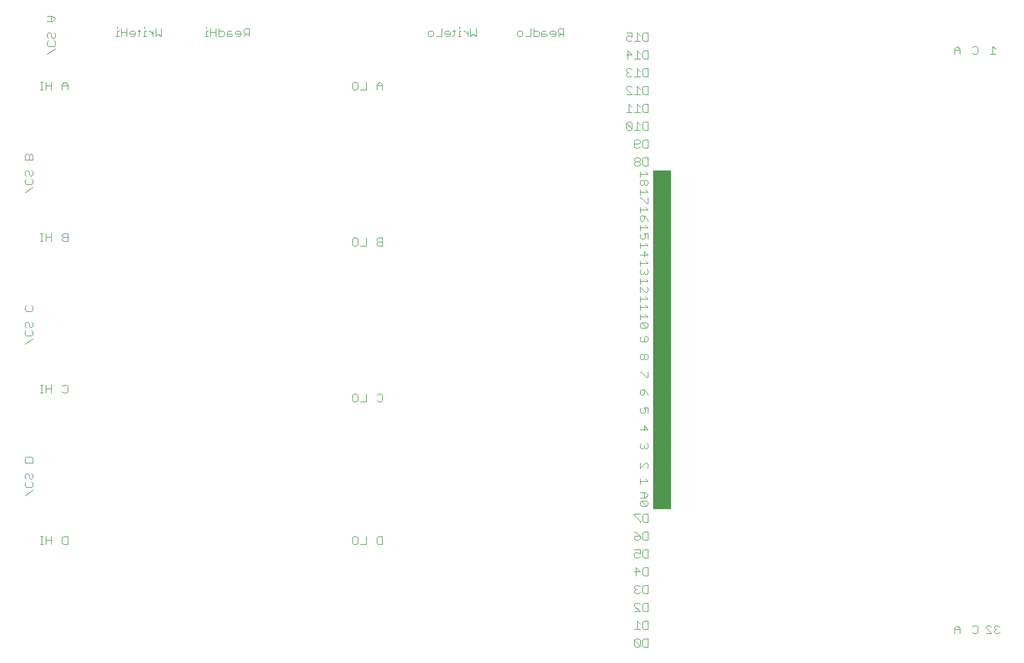
<source format=gbo>
G75*
%MOIN*%
%OFA0B0*%
%FSLAX24Y24*%
%IPPOS*%
%LPD*%
%AMOC8*
5,1,8,0,0,1.08239X$1,22.5*
%
%ADD10C,0.0040*%
%ADD11R,0.1000X1.9000*%
D10*
X003074Y008325D02*
X003227Y008325D01*
X003151Y008325D02*
X003151Y008785D01*
X003227Y008785D02*
X003074Y008785D01*
X003381Y008785D02*
X003381Y008325D01*
X003381Y008555D02*
X003688Y008555D01*
X003688Y008325D02*
X003688Y008785D01*
X004302Y008708D02*
X004302Y008401D01*
X004378Y008325D01*
X004609Y008325D01*
X004609Y008785D01*
X004378Y008785D01*
X004302Y008708D01*
X002671Y011381D02*
X002210Y011075D01*
X002287Y011535D02*
X002210Y011612D01*
X002210Y011765D01*
X002287Y011842D01*
X002287Y011995D02*
X002210Y012072D01*
X002210Y012226D01*
X002287Y012302D01*
X002364Y012302D01*
X002441Y012226D01*
X002441Y012072D01*
X002517Y011995D01*
X002594Y011995D01*
X002671Y012072D01*
X002671Y012226D01*
X002594Y012302D01*
X002671Y012916D02*
X002210Y012916D01*
X002210Y013146D01*
X002287Y013223D01*
X002594Y013223D01*
X002671Y013146D01*
X002671Y012916D01*
X002594Y011842D02*
X002671Y011765D01*
X002671Y011612D01*
X002594Y011535D01*
X002287Y011535D01*
X003074Y016825D02*
X003227Y016825D01*
X003151Y016825D02*
X003151Y017285D01*
X003227Y017285D02*
X003074Y017285D01*
X003381Y017285D02*
X003381Y016825D01*
X003381Y017055D02*
X003688Y017055D01*
X003688Y016825D02*
X003688Y017285D01*
X004302Y017208D02*
X004378Y017285D01*
X004532Y017285D01*
X004609Y017208D01*
X004609Y016901D01*
X004532Y016825D01*
X004378Y016825D01*
X004302Y016901D01*
X002210Y019575D02*
X002671Y019881D01*
X002594Y020035D02*
X002287Y020035D01*
X002210Y020112D01*
X002210Y020265D01*
X002287Y020342D01*
X002287Y020495D02*
X002210Y020572D01*
X002210Y020726D01*
X002287Y020802D01*
X002364Y020802D01*
X002441Y020726D01*
X002441Y020572D01*
X002517Y020495D01*
X002594Y020495D01*
X002671Y020572D01*
X002671Y020726D01*
X002594Y020802D01*
X002594Y020342D02*
X002671Y020265D01*
X002671Y020112D01*
X002594Y020035D01*
X002594Y021416D02*
X002287Y021416D01*
X002210Y021493D01*
X002210Y021646D01*
X002287Y021723D01*
X002594Y021723D02*
X002671Y021646D01*
X002671Y021493D01*
X002594Y021416D01*
X003074Y025325D02*
X003227Y025325D01*
X003151Y025325D02*
X003151Y025785D01*
X003227Y025785D02*
X003074Y025785D01*
X003381Y025785D02*
X003381Y025325D01*
X003381Y025555D02*
X003688Y025555D01*
X003688Y025325D02*
X003688Y025785D01*
X004302Y025708D02*
X004302Y025631D01*
X004378Y025555D01*
X004609Y025555D01*
X004609Y025785D02*
X004378Y025785D01*
X004302Y025708D01*
X004378Y025555D02*
X004302Y025478D01*
X004302Y025401D01*
X004378Y025325D01*
X004609Y025325D01*
X004609Y025785D01*
X002671Y028381D02*
X002210Y028075D01*
X002287Y028535D02*
X002210Y028612D01*
X002210Y028765D01*
X002287Y028842D01*
X002287Y028995D02*
X002210Y029072D01*
X002210Y029226D01*
X002287Y029302D01*
X002364Y029302D01*
X002441Y029226D01*
X002441Y029072D01*
X002517Y028995D01*
X002594Y028995D01*
X002671Y029072D01*
X002671Y029226D01*
X002594Y029302D01*
X002671Y029916D02*
X002210Y029916D01*
X002210Y030146D01*
X002287Y030223D01*
X002364Y030223D01*
X002441Y030146D01*
X002441Y029916D01*
X002671Y029916D02*
X002671Y030146D01*
X002594Y030223D01*
X002517Y030223D01*
X002441Y030146D01*
X002594Y028842D02*
X002671Y028765D01*
X002671Y028612D01*
X002594Y028535D01*
X002287Y028535D01*
X003074Y033825D02*
X003227Y033825D01*
X003151Y033825D02*
X003151Y034285D01*
X003227Y034285D02*
X003074Y034285D01*
X003381Y034285D02*
X003381Y033825D01*
X003381Y034055D02*
X003688Y034055D01*
X003688Y033825D02*
X003688Y034285D01*
X004302Y034131D02*
X004302Y033825D01*
X004302Y034055D02*
X004609Y034055D01*
X004609Y034131D02*
X004455Y034285D01*
X004302Y034131D01*
X004609Y034131D02*
X004609Y033825D01*
X003460Y035825D02*
X003921Y036131D01*
X003844Y036285D02*
X003537Y036285D01*
X003460Y036362D01*
X003460Y036515D01*
X003537Y036592D01*
X003537Y036745D02*
X003460Y036822D01*
X003460Y036976D01*
X003537Y037052D01*
X003614Y037052D01*
X003691Y036976D01*
X003691Y036822D01*
X003767Y036745D01*
X003844Y036745D01*
X003921Y036822D01*
X003921Y036976D01*
X003844Y037052D01*
X003844Y036592D02*
X003921Y036515D01*
X003921Y036362D01*
X003844Y036285D01*
X003767Y037666D02*
X003921Y037820D01*
X003767Y037973D01*
X003460Y037973D01*
X003691Y037973D02*
X003691Y037666D01*
X003767Y037666D02*
X003460Y037666D01*
X007401Y037362D02*
X007401Y037285D01*
X007401Y037131D02*
X007401Y036825D01*
X007477Y036825D02*
X007324Y036825D01*
X007631Y036825D02*
X007631Y037285D01*
X007477Y037131D02*
X007401Y037131D01*
X007631Y037055D02*
X007938Y037055D01*
X008091Y037055D02*
X008091Y036978D01*
X008398Y036978D01*
X008398Y036901D02*
X008398Y037055D01*
X008321Y037131D01*
X008168Y037131D01*
X008091Y037055D01*
X008168Y036825D02*
X008321Y036825D01*
X008398Y036901D01*
X008552Y036825D02*
X008628Y036901D01*
X008628Y037208D01*
X008705Y037131D02*
X008552Y037131D01*
X008935Y037131D02*
X008935Y036825D01*
X008859Y036825D02*
X009012Y036825D01*
X009012Y037131D02*
X008935Y037131D01*
X008935Y037285D02*
X008935Y037362D01*
X009165Y037131D02*
X009242Y037131D01*
X009396Y036978D01*
X009396Y036825D02*
X009396Y037131D01*
X009549Y037285D02*
X009549Y036825D01*
X009703Y036978D01*
X009856Y036825D01*
X009856Y037285D01*
X007938Y037285D02*
X007938Y036825D01*
X012324Y036825D02*
X012477Y036825D01*
X012401Y036825D02*
X012401Y037131D01*
X012477Y037131D01*
X012631Y037055D02*
X012938Y037055D01*
X013091Y037131D02*
X013321Y037131D01*
X013398Y037055D01*
X013398Y036901D01*
X013321Y036825D01*
X013091Y036825D01*
X013091Y037285D01*
X012938Y037285D02*
X012938Y036825D01*
X012631Y036825D02*
X012631Y037285D01*
X012401Y037285D02*
X012401Y037362D01*
X013552Y037055D02*
X013552Y036825D01*
X013782Y036825D01*
X013859Y036901D01*
X013782Y036978D01*
X013552Y036978D01*
X013552Y037055D02*
X013628Y037131D01*
X013782Y037131D01*
X014012Y037055D02*
X014012Y036978D01*
X014319Y036978D01*
X014319Y036901D02*
X014319Y037055D01*
X014242Y037131D01*
X014089Y037131D01*
X014012Y037055D01*
X014089Y036825D02*
X014242Y036825D01*
X014319Y036901D01*
X014472Y036825D02*
X014626Y036978D01*
X014549Y036978D02*
X014779Y036978D01*
X014779Y036825D02*
X014779Y037285D01*
X014549Y037285D01*
X014472Y037208D01*
X014472Y037055D01*
X014549Y036978D01*
X020574Y034208D02*
X020574Y033901D01*
X020651Y033825D01*
X020804Y033825D01*
X020881Y033901D01*
X020881Y034208D01*
X020804Y034285D01*
X020651Y034285D01*
X020574Y034208D01*
X021034Y033825D02*
X021341Y033825D01*
X021341Y034285D01*
X021955Y034131D02*
X021955Y033825D01*
X021955Y034055D02*
X022262Y034055D01*
X022262Y034131D02*
X022109Y034285D01*
X021955Y034131D01*
X022262Y034131D02*
X022262Y033825D01*
X024901Y036825D02*
X024824Y036901D01*
X024824Y037055D01*
X024901Y037131D01*
X025054Y037131D01*
X025131Y037055D01*
X025131Y036901D01*
X025054Y036825D01*
X024901Y036825D01*
X025284Y036825D02*
X025591Y036825D01*
X025591Y037285D01*
X025745Y037055D02*
X025745Y036978D01*
X026052Y036978D01*
X026052Y036901D02*
X026052Y037055D01*
X025975Y037131D01*
X025821Y037131D01*
X025745Y037055D01*
X025821Y036825D02*
X025975Y036825D01*
X026052Y036901D01*
X026205Y036825D02*
X026282Y036901D01*
X026282Y037208D01*
X026359Y037131D02*
X026205Y037131D01*
X026589Y037131D02*
X026589Y036825D01*
X026665Y036825D02*
X026512Y036825D01*
X026589Y037131D02*
X026665Y037131D01*
X026819Y037131D02*
X026896Y037131D01*
X027049Y036978D01*
X027049Y036825D02*
X027049Y037131D01*
X027203Y037285D02*
X027203Y036825D01*
X027356Y036978D01*
X027510Y036825D01*
X027510Y037285D01*
X026589Y037285D02*
X026589Y037362D01*
X029824Y037055D02*
X029901Y037131D01*
X030054Y037131D01*
X030131Y037055D01*
X030131Y036901D01*
X030054Y036825D01*
X029901Y036825D01*
X029824Y036901D01*
X029824Y037055D01*
X030284Y036825D02*
X030591Y036825D01*
X030591Y037285D01*
X030745Y037285D02*
X030745Y036825D01*
X030975Y036825D01*
X031052Y036901D01*
X031052Y037055D01*
X030975Y037131D01*
X030745Y037131D01*
X031205Y037055D02*
X031205Y036825D01*
X031435Y036825D01*
X031512Y036901D01*
X031435Y036978D01*
X031205Y036978D01*
X031205Y037055D02*
X031282Y037131D01*
X031435Y037131D01*
X031665Y037055D02*
X031665Y036978D01*
X031972Y036978D01*
X031972Y036901D02*
X031972Y037055D01*
X031896Y037131D01*
X031742Y037131D01*
X031665Y037055D01*
X031742Y036825D02*
X031896Y036825D01*
X031972Y036901D01*
X032126Y036825D02*
X032279Y036978D01*
X032203Y036978D02*
X032433Y036978D01*
X032433Y036825D02*
X032433Y037285D01*
X032203Y037285D01*
X032126Y037208D01*
X032126Y037055D01*
X032203Y036978D01*
X035943Y037035D02*
X036250Y037035D01*
X036250Y036805D01*
X036096Y036881D01*
X036019Y036881D01*
X035943Y036805D01*
X035943Y036651D01*
X036019Y036575D01*
X036173Y036575D01*
X036250Y036651D01*
X036403Y036575D02*
X036710Y036575D01*
X036557Y036575D02*
X036557Y037035D01*
X036710Y036881D01*
X036863Y036958D02*
X036863Y036651D01*
X036940Y036575D01*
X037170Y036575D01*
X037170Y037035D01*
X036940Y037035D01*
X036863Y036958D01*
X036940Y036035D02*
X037170Y036035D01*
X037170Y035575D01*
X036940Y035575D01*
X036863Y035651D01*
X036863Y035958D01*
X036940Y036035D01*
X036710Y035881D02*
X036557Y036035D01*
X036557Y035575D01*
X036710Y035575D02*
X036403Y035575D01*
X036250Y035805D02*
X035943Y035805D01*
X036019Y035575D02*
X036019Y036035D01*
X036250Y035805D01*
X036173Y035035D02*
X036019Y035035D01*
X035943Y034958D01*
X035943Y034881D01*
X036019Y034805D01*
X035943Y034728D01*
X035943Y034651D01*
X036019Y034575D01*
X036173Y034575D01*
X036250Y034651D01*
X036403Y034575D02*
X036710Y034575D01*
X036557Y034575D02*
X036557Y035035D01*
X036710Y034881D01*
X036863Y034958D02*
X036863Y034651D01*
X036940Y034575D01*
X037170Y034575D01*
X037170Y035035D01*
X036940Y035035D01*
X036863Y034958D01*
X036250Y034958D02*
X036173Y035035D01*
X036096Y034805D02*
X036019Y034805D01*
X036019Y034035D02*
X036173Y034035D01*
X036250Y033958D01*
X036019Y034035D02*
X035943Y033958D01*
X035943Y033881D01*
X036250Y033575D01*
X035943Y033575D01*
X036403Y033575D02*
X036710Y033575D01*
X036557Y033575D02*
X036557Y034035D01*
X036710Y033881D01*
X036863Y033958D02*
X036940Y034035D01*
X037170Y034035D01*
X037170Y033575D01*
X036940Y033575D01*
X036863Y033651D01*
X036863Y033958D01*
X036940Y033035D02*
X037170Y033035D01*
X037170Y032575D01*
X036940Y032575D01*
X036863Y032651D01*
X036863Y032958D01*
X036940Y033035D01*
X036710Y032881D02*
X036557Y033035D01*
X036557Y032575D01*
X036710Y032575D02*
X036403Y032575D01*
X036250Y032575D02*
X035943Y032575D01*
X036096Y032575D02*
X036096Y033035D01*
X036250Y032881D01*
X036173Y032035D02*
X036019Y032035D01*
X035943Y031958D01*
X036250Y031651D01*
X036173Y031575D01*
X036019Y031575D01*
X035943Y031651D01*
X035943Y031958D01*
X036173Y032035D02*
X036250Y031958D01*
X036250Y031651D01*
X036403Y031575D02*
X036710Y031575D01*
X036557Y031575D02*
X036557Y032035D01*
X036710Y031881D01*
X036863Y031958D02*
X036863Y031651D01*
X036940Y031575D01*
X037170Y031575D01*
X037170Y032035D01*
X036940Y032035D01*
X036863Y031958D01*
X036940Y031035D02*
X037170Y031035D01*
X037170Y030575D01*
X036940Y030575D01*
X036863Y030651D01*
X036863Y030958D01*
X036940Y031035D01*
X036710Y030958D02*
X036710Y030881D01*
X036633Y030805D01*
X036403Y030805D01*
X036403Y030958D02*
X036403Y030651D01*
X036480Y030575D01*
X036633Y030575D01*
X036710Y030651D01*
X036710Y030958D02*
X036633Y031035D01*
X036480Y031035D01*
X036403Y030958D01*
X036480Y030035D02*
X036403Y029958D01*
X036403Y029881D01*
X036480Y029805D01*
X036633Y029805D01*
X036710Y029881D01*
X036710Y029958D01*
X036633Y030035D01*
X036480Y030035D01*
X036480Y029805D02*
X036403Y029728D01*
X036403Y029651D01*
X036480Y029575D01*
X036633Y029575D01*
X036710Y029651D01*
X036710Y029728D01*
X036633Y029805D01*
X036863Y029651D02*
X036863Y029958D01*
X036940Y030035D01*
X037170Y030035D01*
X037170Y029575D01*
X036940Y029575D01*
X036863Y029651D01*
X036710Y029245D02*
X036710Y028938D01*
X036710Y029091D02*
X037171Y029091D01*
X037017Y029245D01*
X037017Y028785D02*
X037094Y028785D01*
X037171Y028708D01*
X037171Y028554D01*
X037094Y028478D01*
X037017Y028478D01*
X036941Y028554D01*
X036941Y028708D01*
X037017Y028785D01*
X036941Y028708D02*
X036864Y028785D01*
X036787Y028785D01*
X036710Y028708D01*
X036710Y028554D01*
X036787Y028478D01*
X036864Y028478D01*
X036941Y028554D01*
X037017Y028245D02*
X037171Y028091D01*
X036710Y028091D01*
X036710Y027938D02*
X036710Y028245D01*
X036710Y027785D02*
X036787Y027785D01*
X037094Y027478D01*
X037171Y027478D01*
X037171Y027785D01*
X037017Y027245D02*
X037171Y027091D01*
X036710Y027091D01*
X036710Y026938D02*
X036710Y027245D01*
X036787Y026785D02*
X036710Y026708D01*
X036710Y026554D01*
X036787Y026478D01*
X036864Y026478D01*
X036941Y026554D01*
X036941Y026785D01*
X036787Y026785D01*
X036941Y026785D02*
X037094Y026631D01*
X037171Y026478D01*
X037017Y026245D02*
X037171Y026091D01*
X036710Y026091D01*
X036710Y025938D02*
X036710Y026245D01*
X036787Y025785D02*
X036710Y025708D01*
X036710Y025554D01*
X036787Y025478D01*
X036941Y025478D01*
X037017Y025554D01*
X037017Y025631D01*
X036941Y025785D01*
X037171Y025785D01*
X037171Y025478D01*
X037017Y025245D02*
X037171Y025091D01*
X036710Y025091D01*
X036710Y024938D02*
X036710Y025245D01*
X036941Y024785D02*
X036941Y024478D01*
X037171Y024554D02*
X036710Y024554D01*
X036710Y024245D02*
X036710Y023938D01*
X036710Y024091D02*
X037171Y024091D01*
X037017Y024245D01*
X037171Y024554D02*
X036941Y024785D01*
X037094Y023785D02*
X037171Y023708D01*
X037171Y023554D01*
X037094Y023478D01*
X037017Y023478D01*
X036941Y023554D01*
X036864Y023478D01*
X036787Y023478D01*
X036710Y023554D01*
X036710Y023708D01*
X036787Y023785D01*
X036941Y023631D02*
X036941Y023554D01*
X037017Y023245D02*
X037171Y023091D01*
X036710Y023091D01*
X036710Y022938D02*
X036710Y023245D01*
X036710Y022785D02*
X037017Y022478D01*
X037094Y022478D01*
X037171Y022554D01*
X037171Y022708D01*
X037094Y022785D01*
X036710Y022785D02*
X036710Y022478D01*
X036710Y022245D02*
X036710Y021938D01*
X036710Y021785D02*
X036710Y021478D01*
X036710Y021631D02*
X037171Y021631D01*
X037017Y021785D01*
X037171Y022091D02*
X036710Y022091D01*
X037017Y022245D02*
X037171Y022091D01*
X037017Y021245D02*
X037171Y021091D01*
X036710Y021091D01*
X036710Y020938D02*
X036710Y021245D01*
X036787Y020785D02*
X037094Y020478D01*
X036787Y020478D01*
X036710Y020554D01*
X036710Y020708D01*
X036787Y020785D01*
X037094Y020785D01*
X037171Y020708D01*
X037171Y020554D01*
X037094Y020478D01*
X037094Y020015D02*
X037017Y020015D01*
X036941Y019938D01*
X036941Y019708D01*
X037094Y019708D02*
X037171Y019785D01*
X037171Y019938D01*
X037094Y020015D01*
X036787Y020015D02*
X036710Y019938D01*
X036710Y019785D01*
X036787Y019708D01*
X037094Y019708D01*
X037094Y019015D02*
X037017Y019015D01*
X036941Y018938D01*
X036941Y018785D01*
X036864Y018708D01*
X036787Y018708D01*
X036710Y018785D01*
X036710Y018938D01*
X036787Y019015D01*
X036864Y019015D01*
X036941Y018938D01*
X036941Y018785D02*
X037017Y018708D01*
X037094Y018708D01*
X037171Y018785D01*
X037171Y018938D01*
X037094Y019015D01*
X037171Y018015D02*
X037171Y017708D01*
X037094Y017708D01*
X036787Y018015D01*
X036710Y018015D01*
X036787Y017015D02*
X036710Y016938D01*
X036710Y016785D01*
X036787Y016708D01*
X036864Y016708D01*
X036941Y016785D01*
X036941Y017015D01*
X036787Y017015D01*
X036941Y017015D02*
X037094Y016861D01*
X037171Y016708D01*
X037171Y016015D02*
X036941Y016015D01*
X037017Y015861D01*
X037017Y015785D01*
X036941Y015708D01*
X036787Y015708D01*
X036710Y015785D01*
X036710Y015938D01*
X036787Y016015D01*
X037171Y016015D02*
X037171Y015708D01*
X036941Y015015D02*
X036941Y014708D01*
X037171Y014785D02*
X036941Y015015D01*
X036710Y014785D02*
X037171Y014785D01*
X037094Y014015D02*
X037171Y013938D01*
X037171Y013785D01*
X037094Y013708D01*
X037017Y013708D01*
X036941Y013785D01*
X036864Y013708D01*
X036787Y013708D01*
X036710Y013785D01*
X036710Y013938D01*
X036787Y014015D01*
X036941Y013861D02*
X036941Y013785D01*
X037017Y012901D02*
X037094Y012901D01*
X037171Y012825D01*
X037171Y012671D01*
X037094Y012594D01*
X037017Y012901D02*
X036710Y012594D01*
X036710Y012901D01*
X036710Y012015D02*
X036710Y011708D01*
X036710Y011861D02*
X037171Y011861D01*
X037017Y012015D01*
X037017Y011245D02*
X036710Y011245D01*
X036941Y011245D02*
X036941Y010938D01*
X037017Y010938D02*
X036710Y010938D01*
X036787Y010785D02*
X037094Y010478D01*
X036787Y010478D01*
X036710Y010554D01*
X036710Y010708D01*
X036787Y010785D01*
X037094Y010785D01*
X037171Y010708D01*
X037171Y010554D01*
X037094Y010478D01*
X037170Y010035D02*
X036940Y010035D01*
X036863Y009958D01*
X036863Y009651D01*
X036940Y009575D01*
X037170Y009575D01*
X037170Y010035D01*
X036710Y010035D02*
X036403Y010035D01*
X036403Y009958D01*
X036710Y009651D01*
X036710Y009575D01*
X036940Y009035D02*
X037170Y009035D01*
X037170Y008575D01*
X036940Y008575D01*
X036863Y008651D01*
X036863Y008958D01*
X036940Y009035D01*
X036710Y008805D02*
X036710Y008651D01*
X036633Y008575D01*
X036480Y008575D01*
X036403Y008651D01*
X036403Y008728D01*
X036480Y008805D01*
X036710Y008805D01*
X036557Y008958D01*
X036403Y009035D01*
X036403Y008035D02*
X036710Y008035D01*
X036710Y007805D01*
X036557Y007881D01*
X036480Y007881D01*
X036403Y007805D01*
X036403Y007651D01*
X036480Y007575D01*
X036633Y007575D01*
X036710Y007651D01*
X036863Y007651D02*
X036863Y007958D01*
X036940Y008035D01*
X037170Y008035D01*
X037170Y007575D01*
X036940Y007575D01*
X036863Y007651D01*
X036940Y007035D02*
X037170Y007035D01*
X037170Y006575D01*
X036940Y006575D01*
X036863Y006651D01*
X036863Y006958D01*
X036940Y007035D01*
X036710Y006805D02*
X036403Y006805D01*
X036480Y007035D02*
X036710Y006805D01*
X036480Y006575D02*
X036480Y007035D01*
X036480Y006035D02*
X036403Y005958D01*
X036403Y005881D01*
X036480Y005805D01*
X036403Y005728D01*
X036403Y005651D01*
X036480Y005575D01*
X036633Y005575D01*
X036710Y005651D01*
X036863Y005651D02*
X036863Y005958D01*
X036940Y006035D01*
X037170Y006035D01*
X037170Y005575D01*
X036940Y005575D01*
X036863Y005651D01*
X036557Y005805D02*
X036480Y005805D01*
X036480Y006035D02*
X036633Y006035D01*
X036710Y005958D01*
X036633Y005035D02*
X036710Y004958D01*
X036633Y005035D02*
X036480Y005035D01*
X036403Y004958D01*
X036403Y004881D01*
X036710Y004575D01*
X036403Y004575D01*
X036863Y004651D02*
X036863Y004958D01*
X036940Y005035D01*
X037170Y005035D01*
X037170Y004575D01*
X036940Y004575D01*
X036863Y004651D01*
X036940Y004035D02*
X037170Y004035D01*
X037170Y003575D01*
X036940Y003575D01*
X036863Y003651D01*
X036863Y003958D01*
X036940Y004035D01*
X036710Y003881D02*
X036557Y004035D01*
X036557Y003575D01*
X036710Y003575D02*
X036403Y003575D01*
X036480Y003035D02*
X036403Y002958D01*
X036710Y002651D01*
X036633Y002575D01*
X036480Y002575D01*
X036403Y002651D01*
X036403Y002958D01*
X036480Y003035D02*
X036633Y003035D01*
X036710Y002958D01*
X036710Y002651D01*
X036863Y002651D02*
X036863Y002958D01*
X036940Y003035D01*
X037170Y003035D01*
X037170Y002575D01*
X036940Y002575D01*
X036863Y002651D01*
X037017Y010938D02*
X037171Y011091D01*
X037017Y011245D01*
X022262Y008785D02*
X022262Y008325D01*
X022032Y008325D01*
X021955Y008401D01*
X021955Y008708D01*
X022032Y008785D01*
X022262Y008785D01*
X021341Y008785D02*
X021341Y008325D01*
X021034Y008325D01*
X020881Y008401D02*
X020881Y008708D01*
X020804Y008785D01*
X020651Y008785D01*
X020574Y008708D01*
X020574Y008401D01*
X020651Y008325D01*
X020804Y008325D01*
X020881Y008401D01*
X020804Y016325D02*
X020651Y016325D01*
X020574Y016401D01*
X020574Y016708D01*
X020651Y016785D01*
X020804Y016785D01*
X020881Y016708D01*
X020881Y016401D01*
X020804Y016325D01*
X021034Y016325D02*
X021341Y016325D01*
X021341Y016785D01*
X021955Y016708D02*
X022032Y016785D01*
X022185Y016785D01*
X022262Y016708D01*
X022262Y016401D01*
X022185Y016325D01*
X022032Y016325D01*
X021955Y016401D01*
X022032Y025075D02*
X022262Y025075D01*
X022262Y025535D01*
X022032Y025535D01*
X021955Y025458D01*
X021955Y025381D01*
X022032Y025305D01*
X022262Y025305D01*
X022032Y025305D02*
X021955Y025228D01*
X021955Y025151D01*
X022032Y025075D01*
X021341Y025075D02*
X021341Y025535D01*
X021341Y025075D02*
X021034Y025075D01*
X020881Y025151D02*
X020881Y025458D01*
X020804Y025535D01*
X020651Y025535D01*
X020574Y025458D01*
X020574Y025151D01*
X020651Y025075D01*
X020804Y025075D01*
X020881Y025151D01*
X054344Y035825D02*
X054344Y036131D01*
X054497Y036285D01*
X054651Y036131D01*
X054651Y035825D01*
X054651Y036055D02*
X054344Y036055D01*
X055344Y036208D02*
X055420Y036285D01*
X055574Y036285D01*
X055651Y036208D01*
X055651Y035901D01*
X055574Y035825D01*
X055420Y035825D01*
X055344Y035901D01*
X056344Y035825D02*
X056651Y035825D01*
X056497Y035825D02*
X056497Y036285D01*
X056651Y036131D01*
X056651Y003785D02*
X056574Y003708D01*
X056574Y003631D01*
X056651Y003555D01*
X056574Y003478D01*
X056574Y003401D01*
X056651Y003325D01*
X056804Y003325D01*
X056881Y003401D01*
X056727Y003555D02*
X056651Y003555D01*
X056651Y003785D02*
X056804Y003785D01*
X056881Y003708D01*
X056420Y003708D02*
X056344Y003785D01*
X056190Y003785D01*
X056113Y003708D01*
X056113Y003631D01*
X056420Y003325D01*
X056113Y003325D01*
X055651Y003401D02*
X055651Y003708D01*
X055574Y003785D01*
X055420Y003785D01*
X055344Y003708D01*
X055344Y003401D02*
X055420Y003325D01*
X055574Y003325D01*
X055651Y003401D01*
X054651Y003325D02*
X054651Y003631D01*
X054497Y003785D01*
X054344Y003631D01*
X054344Y003325D01*
X054344Y003555D02*
X054651Y003555D01*
D11*
X037940Y019805D03*
M02*

</source>
